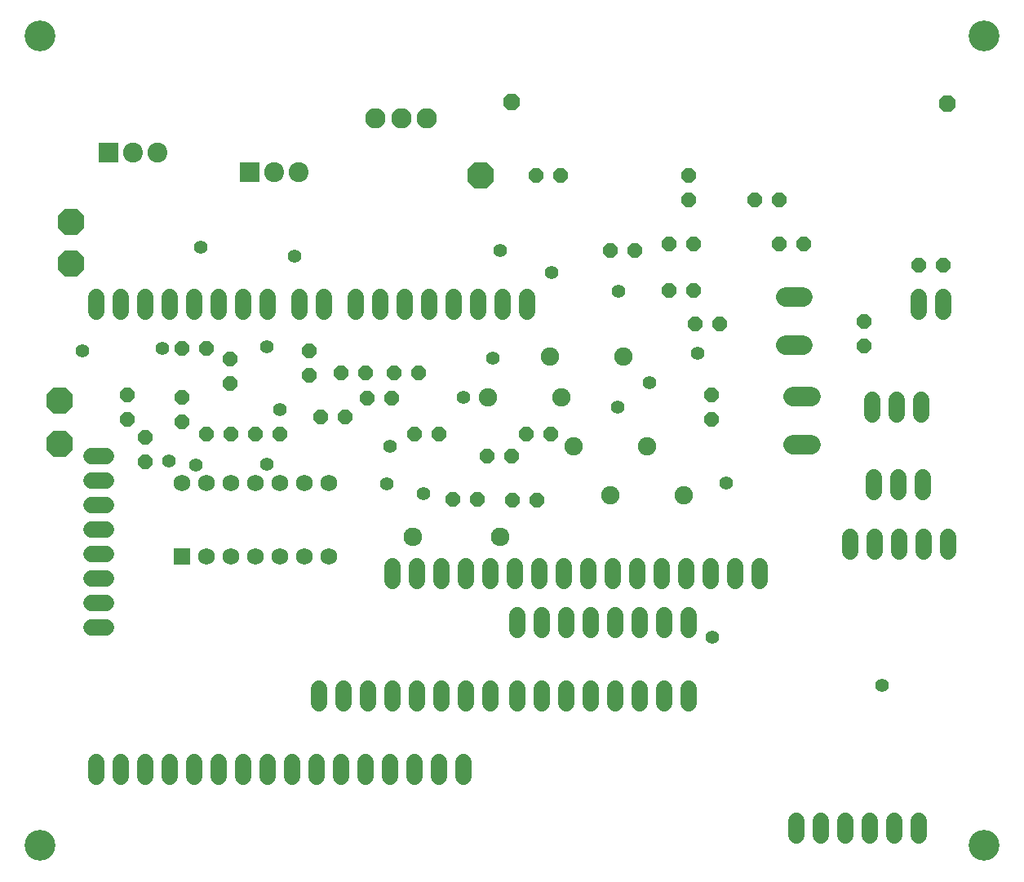
<source format=gbr>
G04 EAGLE Gerber RS-274X export*
G75*
%MOMM*%
%FSLAX34Y34*%
%LPD*%
%INSoldermask Bottom*%
%IPPOS*%
%AMOC8*
5,1,8,0,0,1.08239X$1,22.5*%
G01*
%ADD10C,3.203200*%
%ADD11P,1.649562X8X112.500000*%
%ADD12P,1.649562X8X22.500000*%
%ADD13C,1.903200*%
%ADD14P,1.649562X8X292.500000*%
%ADD15P,1.649562X8X202.500000*%
%ADD16P,2.982959X8X22.500000*%
%ADD17C,2.108200*%
%ADD18R,1.727200X1.727200*%
%ADD19C,1.727200*%
%ADD20R,2.063200X2.063200*%
%ADD21C,2.063200*%
%ADD22C,1.993900*%
%ADD23C,1.727200*%
%ADD24C,1.928200*%
%ADD25P,1.869504X8X22.500000*%
%ADD26C,1.409600*%


D10*
X30000Y870000D03*
X1010000Y870000D03*
X30000Y30000D03*
X1010000Y30000D03*
D11*
X885190Y548640D03*
X885190Y574040D03*
D12*
X709930Y571500D03*
X735330Y571500D03*
X458470Y388874D03*
X483870Y388874D03*
X520700Y388620D03*
X546100Y388620D03*
X683260Y654050D03*
X708660Y654050D03*
X683260Y605790D03*
X708660Y605790D03*
X797560Y654050D03*
X822960Y654050D03*
X942340Y632460D03*
X967740Y632460D03*
D13*
X635254Y537210D03*
X559054Y537210D03*
X495300Y495300D03*
X571500Y495300D03*
X584200Y444500D03*
X660400Y444500D03*
X622300Y393700D03*
X698500Y393700D03*
D14*
X726694Y497586D03*
X726694Y472186D03*
D11*
X120650Y472440D03*
X120650Y497840D03*
D15*
X519430Y434340D03*
X494030Y434340D03*
D12*
X397510Y520700D03*
X422910Y520700D03*
D15*
X203200Y546100D03*
X177800Y546100D03*
D11*
X309880Y518160D03*
X309880Y543560D03*
D14*
X177800Y495300D03*
X177800Y469900D03*
D12*
X254000Y457200D03*
X279400Y457200D03*
D11*
X703580Y699770D03*
X703580Y725170D03*
D12*
X772160Y699770D03*
X797560Y699770D03*
X419100Y457200D03*
X444500Y457200D03*
X369570Y494030D03*
X394970Y494030D03*
D16*
X50800Y447040D03*
X62230Y676910D03*
X50800Y491490D03*
X62230Y633730D03*
X487680Y725170D03*
D17*
X378460Y784860D03*
X404876Y784860D03*
X431292Y784860D03*
D18*
X177800Y330200D03*
D19*
X203200Y330200D03*
X228600Y330200D03*
X254000Y330200D03*
X279400Y330200D03*
X304800Y330200D03*
X330200Y330200D03*
X330200Y406400D03*
X304800Y406400D03*
X279400Y406400D03*
X254000Y406400D03*
X228600Y406400D03*
X203200Y406400D03*
X177800Y406400D03*
D20*
X101600Y749300D03*
D21*
X127000Y749300D03*
X152400Y749300D03*
D20*
X247650Y728980D03*
D21*
X273050Y728980D03*
X298450Y728980D03*
D22*
X811975Y446170D02*
X829882Y446170D01*
X829882Y496170D02*
X811975Y496170D01*
X803847Y599040D02*
X821754Y599040D01*
X821754Y549040D02*
X803847Y549040D01*
D23*
X944880Y492760D02*
X944880Y477520D01*
X919480Y477520D02*
X919480Y492760D01*
X894080Y492760D02*
X894080Y477520D01*
X967740Y584200D02*
X967740Y599440D01*
X942340Y599440D02*
X942340Y584200D01*
X525780Y193040D02*
X525780Y177800D01*
X551180Y177800D02*
X551180Y193040D01*
X576580Y193040D02*
X576580Y177800D01*
X601980Y177800D02*
X601980Y193040D01*
X627380Y193040D02*
X627380Y177800D01*
X652780Y177800D02*
X652780Y193040D01*
X678180Y193040D02*
X678180Y177800D01*
X703580Y177800D02*
X703580Y193040D01*
X525780Y254000D02*
X525780Y269240D01*
X551180Y269240D02*
X551180Y254000D01*
X576580Y254000D02*
X576580Y269240D01*
X601980Y269240D02*
X601980Y254000D01*
X627380Y254000D02*
X627380Y269240D01*
X652780Y269240D02*
X652780Y254000D01*
X678180Y254000D02*
X678180Y269240D01*
X703580Y269240D02*
X703580Y254000D01*
X535940Y584200D02*
X535940Y599440D01*
X510540Y599440D02*
X510540Y584200D01*
X485140Y584200D02*
X485140Y599440D01*
X459740Y599440D02*
X459740Y584200D01*
X434340Y584200D02*
X434340Y599440D01*
X408940Y599440D02*
X408940Y584200D01*
X383540Y584200D02*
X383540Y599440D01*
X358140Y599440D02*
X358140Y584200D01*
X320040Y193040D02*
X320040Y177800D01*
X345440Y177800D02*
X345440Y193040D01*
X370840Y193040D02*
X370840Y177800D01*
X396240Y177800D02*
X396240Y193040D01*
X421640Y193040D02*
X421640Y177800D01*
X447040Y177800D02*
X447040Y193040D01*
X472440Y193040D02*
X472440Y177800D01*
X497840Y177800D02*
X497840Y193040D01*
X99060Y256540D02*
X83820Y256540D01*
X83820Y281940D02*
X99060Y281940D01*
X99060Y307340D02*
X83820Y307340D01*
X83820Y332740D02*
X99060Y332740D01*
X99060Y358140D02*
X83820Y358140D01*
X83820Y383540D02*
X99060Y383540D01*
X99060Y408940D02*
X83820Y408940D01*
X83820Y434340D02*
X99060Y434340D01*
X88900Y584200D02*
X88900Y599440D01*
X114300Y599440D02*
X114300Y584200D01*
X139700Y584200D02*
X139700Y599440D01*
X165100Y599440D02*
X165100Y584200D01*
X190500Y584200D02*
X190500Y599440D01*
X215900Y599440D02*
X215900Y584200D01*
X241300Y584200D02*
X241300Y599440D01*
X266700Y599440D02*
X266700Y584200D01*
X266700Y116840D02*
X266700Y101600D01*
X241300Y101600D02*
X241300Y116840D01*
X215900Y116840D02*
X215900Y101600D01*
X190500Y101600D02*
X190500Y116840D01*
X165100Y116840D02*
X165100Y101600D01*
X139700Y101600D02*
X139700Y116840D01*
X114300Y116840D02*
X114300Y101600D01*
X88900Y101600D02*
X88900Y116840D01*
X469900Y116840D02*
X469900Y101600D01*
X444500Y101600D02*
X444500Y116840D01*
X419100Y116840D02*
X419100Y101600D01*
X393700Y101600D02*
X393700Y116840D01*
X368300Y116840D02*
X368300Y101600D01*
X342900Y101600D02*
X342900Y116840D01*
X317500Y116840D02*
X317500Y101600D01*
X292100Y101600D02*
X292100Y116840D01*
X325120Y584200D02*
X325120Y599440D01*
X299720Y599440D02*
X299720Y584200D01*
X815340Y55880D02*
X815340Y40640D01*
X840740Y40640D02*
X840740Y55880D01*
X866140Y55880D02*
X866140Y40640D01*
X891540Y40640D02*
X891540Y55880D01*
X916940Y55880D02*
X916940Y40640D01*
X942340Y40640D02*
X942340Y55880D01*
X396240Y304800D02*
X396240Y320040D01*
X421640Y320040D02*
X421640Y304800D01*
X447040Y304800D02*
X447040Y320040D01*
X472440Y320040D02*
X472440Y304800D01*
X497840Y304800D02*
X497840Y320040D01*
X523240Y320040D02*
X523240Y304800D01*
X548640Y304800D02*
X548640Y320040D01*
X574040Y320040D02*
X574040Y304800D01*
X599440Y304800D02*
X599440Y320040D01*
X624840Y320040D02*
X624840Y304800D01*
X650240Y304800D02*
X650240Y320040D01*
X675640Y320040D02*
X675640Y304800D01*
X701040Y304800D02*
X701040Y320040D01*
X726440Y320040D02*
X726440Y304800D01*
X751840Y304800D02*
X751840Y320040D01*
X777240Y320040D02*
X777240Y304800D01*
X895350Y396494D02*
X895350Y411734D01*
X920750Y411734D02*
X920750Y396494D01*
X946150Y396494D02*
X946150Y411734D01*
D12*
X321310Y474980D03*
X346710Y474980D03*
D15*
X570230Y725170D03*
X544830Y725170D03*
D12*
X203200Y457200D03*
X228600Y457200D03*
D11*
X227330Y509270D03*
X227330Y534670D03*
X139700Y427990D03*
X139700Y453390D03*
D15*
X560070Y457200D03*
X534670Y457200D03*
D12*
X622300Y647700D03*
X647700Y647700D03*
X342900Y520700D03*
X368300Y520700D03*
D24*
X507280Y350520D03*
X417280Y350520D03*
D23*
X871220Y350520D02*
X871220Y335280D01*
X896620Y335280D02*
X896620Y350520D01*
X922020Y350520D02*
X922020Y335280D01*
X947420Y335280D02*
X947420Y350520D01*
X972820Y350520D02*
X972820Y335280D01*
D25*
X519176Y801370D03*
X971296Y800100D03*
D26*
X265430Y547370D03*
X662706Y510012D03*
X294386Y641350D03*
X197104Y651256D03*
X500380Y535940D03*
X393700Y444500D03*
X163830Y429260D03*
X427990Y394970D03*
X508000Y647700D03*
X157480Y546100D03*
X279400Y482600D03*
X74422Y543052D03*
X389890Y405130D03*
X191516Y425196D03*
X265430Y425450D03*
X630174Y604774D03*
X561340Y624840D03*
X712870Y541020D03*
X469900Y495300D03*
X727520Y245872D03*
X629920Y485140D03*
X742442Y405892D03*
X903986Y196596D03*
M02*

</source>
